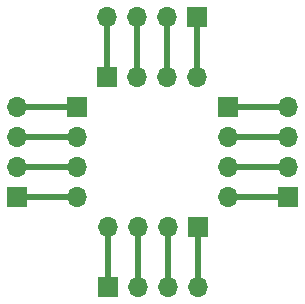
<source format=gbr>
%TF.GenerationSoftware,KiCad,Pcbnew,(6.0.8)*%
%TF.CreationDate,2023-02-23T19:10:36-06:00*%
%TF.ProjectId,ConnectorPCB,436f6e6e-6563-4746-9f72-5043422e6b69,rev?*%
%TF.SameCoordinates,Original*%
%TF.FileFunction,Copper,L1,Top*%
%TF.FilePolarity,Positive*%
%FSLAX46Y46*%
G04 Gerber Fmt 4.6, Leading zero omitted, Abs format (unit mm)*
G04 Created by KiCad (PCBNEW (6.0.8)) date 2023-02-23 19:10:36*
%MOMM*%
%LPD*%
G01*
G04 APERTURE LIST*
%TA.AperFunction,ComponentPad*%
%ADD10R,1.700000X1.700000*%
%TD*%
%TA.AperFunction,ComponentPad*%
%ADD11O,1.700000X1.700000*%
%TD*%
%TA.AperFunction,Conductor*%
%ADD12C,0.500000*%
%TD*%
G04 APERTURE END LIST*
D10*
%TO.P,J4,1,Pin_1*%
%TO.N,Net-(J4-Pad1)*%
X157460000Y-62540000D03*
D11*
%TO.P,J4,2,Pin_2*%
%TO.N,Net-(J4-Pad2)*%
X157460000Y-65080000D03*
%TO.P,J4,3,Pin_3*%
%TO.N,Net-(J4-Pad3)*%
X157460000Y-67620000D03*
%TO.P,J4,4,Pin_4*%
%TO.N,Net-(J4-Pad4)*%
X157460000Y-70160000D03*
%TD*%
D10*
%TO.P,J1,1,Pin_1*%
%TO.N,Net-(J5-Pad4)*%
X160000000Y-60000000D03*
D11*
%TO.P,J1,2,Pin_2*%
%TO.N,Net-(J5-Pad3)*%
X162540000Y-60000000D03*
%TO.P,J1,3,Pin_3*%
%TO.N,Net-(J5-Pad2)*%
X165080000Y-60000000D03*
%TO.P,J1,4,Pin_4*%
%TO.N,Net-(J5-Pad1)*%
X167620000Y-60000000D03*
%TD*%
D10*
%TO.P,J3,1,Pin_1*%
%TO.N,Net-(J3-Pad1)*%
X167640000Y-72700000D03*
D11*
%TO.P,J3,2,Pin_2*%
%TO.N,Net-(J3-Pad2)*%
X165100000Y-72700000D03*
%TO.P,J3,3,Pin_3*%
%TO.N,Net-(J3-Pad3)*%
X162560000Y-72700000D03*
%TO.P,J3,4,Pin_4*%
%TO.N,Net-(J3-Pad4)*%
X160020000Y-72700000D03*
%TD*%
D10*
%TO.P,J2,1,Pin_1*%
%TO.N,Net-(J2-Pad1)*%
X170180000Y-62540000D03*
D11*
%TO.P,J2,2,Pin_2*%
%TO.N,Net-(J2-Pad2)*%
X170180000Y-65080000D03*
%TO.P,J2,3,Pin_3*%
%TO.N,Net-(J2-Pad3)*%
X170180000Y-67620000D03*
%TO.P,J2,4,Pin_4*%
%TO.N,Net-(J2-Pad4)*%
X170180000Y-70160000D03*
%TD*%
D10*
%TO.P,J5,1,Pin_1*%
%TO.N,Net-(J5-Pad1)*%
X167620000Y-54920000D03*
D11*
%TO.P,J5,2,Pin_2*%
%TO.N,Net-(J5-Pad2)*%
X165080000Y-54920000D03*
%TO.P,J5,3,Pin_3*%
%TO.N,Net-(J5-Pad3)*%
X162540000Y-54920000D03*
%TO.P,J5,4,Pin_4*%
%TO.N,Net-(J5-Pad4)*%
X160000000Y-54920000D03*
%TD*%
D10*
%TO.P,J7,1,Pin_1*%
%TO.N,Net-(J3-Pad4)*%
X160020000Y-77780000D03*
D11*
%TO.P,J7,2,Pin_2*%
%TO.N,Net-(J3-Pad3)*%
X162560000Y-77780000D03*
%TO.P,J7,3,Pin_3*%
%TO.N,Net-(J3-Pad2)*%
X165100000Y-77780000D03*
%TO.P,J7,4,Pin_4*%
%TO.N,Net-(J3-Pad1)*%
X167640000Y-77780000D03*
%TD*%
D10*
%TO.P,J6,1,Pin_1*%
%TO.N,Net-(J2-Pad4)*%
X175260000Y-70160000D03*
D11*
%TO.P,J6,2,Pin_2*%
%TO.N,Net-(J2-Pad3)*%
X175260000Y-67620000D03*
%TO.P,J6,3,Pin_3*%
%TO.N,Net-(J2-Pad2)*%
X175260000Y-65080000D03*
%TO.P,J6,4,Pin_4*%
%TO.N,Net-(J2-Pad1)*%
X175260000Y-62540000D03*
%TD*%
D10*
%TO.P,J8,1,Pin_1*%
%TO.N,Net-(J4-Pad4)*%
X152380000Y-70160000D03*
D11*
%TO.P,J8,2,Pin_2*%
%TO.N,Net-(J4-Pad3)*%
X152380000Y-67620000D03*
%TO.P,J8,3,Pin_3*%
%TO.N,Net-(J4-Pad2)*%
X152380000Y-65080000D03*
%TO.P,J8,4,Pin_4*%
%TO.N,Net-(J4-Pad1)*%
X152380000Y-62540000D03*
%TD*%
D12*
%TO.N,Net-(J5-Pad4)*%
X160000000Y-60000000D02*
X160000000Y-54920000D01*
%TO.N,Net-(J5-Pad3)*%
X162540000Y-60000000D02*
X162540000Y-54920000D01*
%TO.N,Net-(J5-Pad2)*%
X165080000Y-60000000D02*
X165080000Y-54920000D01*
%TO.N,Net-(J5-Pad1)*%
X167620000Y-60000000D02*
X167620000Y-54920000D01*
%TO.N,Net-(J2-Pad1)*%
X170180000Y-62540000D02*
X175260000Y-62540000D01*
%TO.N,Net-(J2-Pad2)*%
X170180000Y-65080000D02*
X175260000Y-65080000D01*
%TO.N,Net-(J2-Pad3)*%
X170180000Y-67620000D02*
X175260000Y-67620000D01*
%TO.N,Net-(J2-Pad4)*%
X170180000Y-70160000D02*
X175260000Y-70160000D01*
%TO.N,Net-(J3-Pad1)*%
X167640000Y-72700000D02*
X167640000Y-77780000D01*
%TO.N,Net-(J3-Pad2)*%
X165100000Y-72700000D02*
X165100000Y-77780000D01*
%TO.N,Net-(J3-Pad3)*%
X162560000Y-72700000D02*
X162560000Y-77780000D01*
%TO.N,Net-(J3-Pad4)*%
X160020000Y-72700000D02*
X160020000Y-77780000D01*
%TO.N,Net-(J4-Pad1)*%
X157460000Y-62540000D02*
X152380000Y-62540000D01*
%TO.N,Net-(J4-Pad2)*%
X157460000Y-65080000D02*
X152380000Y-65080000D01*
%TO.N,Net-(J4-Pad3)*%
X157460000Y-67620000D02*
X152380000Y-67620000D01*
%TO.N,Net-(J4-Pad4)*%
X157460000Y-70160000D02*
X152380000Y-70160000D01*
%TD*%
M02*

</source>
